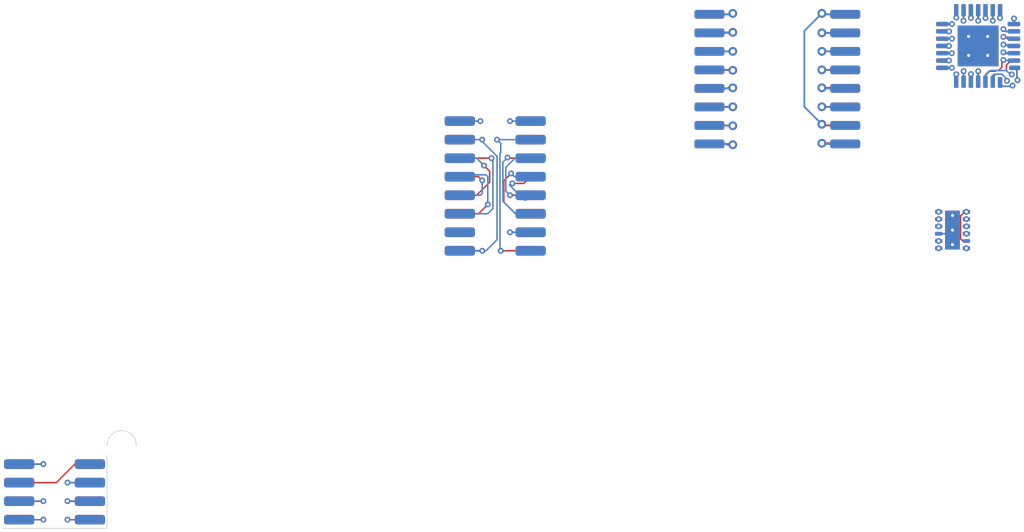
<source format=kicad_pcb>
(kicad_pcb (version 20241229) (generator "pcbnew") (generator_version "9.0")
  (layers (0 "F.Cu" signal) (2 "B.Cu" signal) (13 "F.Paste" user) (15 "B.Paste" user) (5 "F.SilkS" user "F.Silkscreen") (7 "B.SilkS" user "B.Silkscreen") (1 "F.Mask" user) (3 "B.Mask" user) (25 "Edge.Cuts" user))
  (net 0 "")
  (net 1 "Net-(UB1-NC)")
  (net 2 "Net-(UB1-OUTC)")
  (net 3 "Net-(UB1-VISO)")
  (net 4 "Net-(UB1-OUTA)")
  (net 5 "Net-(UB1-GND1-Pad2)")
  (net 6 "Net-(UB1-OUTB)")
  (net 7 "Net-(UB1-INC)")
  (net 8 "Net-(UB1-GND2-Pad15)")
  (net 9 "Net-(UB1-OUTD)")
  (net 10 "Net-(UB1-IND)")
  (net 11 "Net-(UB1-GND2-Pad9)")
  (net 13 "Net-(UB1-GND1-Pad8)")
  (net 14 "Net-(UB1-VCC)")
  (net 15 "Net-(UB1-INA)")
  (net 16 "Net-(UB1-INB)")
  (net 17 "Net-(UB2-FB-)")
  (net 18 "Net-(UB2-CP)")
  (net 19 "Net-(UB2-FB+)")
  (net 20 "Net-(UB2-EN+)")
  (net 21 "Net-(UB2-C-)")
  (net 22 "Net-(UB2-PGOOD)")
  (net 23 "Net-(UB2-GND)")
  (net 24 "Net-(UB2-VIN)")
  (net 26 "Net-(UB2-OUT-)")
  (net 27 "Net-(UB2-C+)")
  (net 28 "Net-(UB2-OUT+)")
  (net 29 "Net-(UB3-PadEP)")
  (net 30 "Net-(UB3-COMP)")
  (net 31 "Net-(UB3-HO1)")
  (net 32 "Net-(UB3-SLOPE)")
  (net 33 "Net-(UB3-SS)")
  (net 34 "Net-(UB3-PGND)")
  (net 35 "Net-(UB3-UVLO)")
  (net 36 "Net-(UB3-SR2)")
  (net 37 "Net-(UB3-BST2)")
  (net 38 "Net-(UB3-LO2)")
  (net 39 "Net-(UB3-HO2)")
  (net 40 "Net-(UB3-LO1)")
  (net 41 "Net-(UB3-AGND)")
  (net 42 "Net-(UB3-BST1)")
  (net 43 "Net-(UB3-REF)")
  (net 44 "Net-(UB3-SR1)")
  (net 45 "Net-(UB3-SS_OFF)")
  (net 46 "Net-(UB3-HS1)")
  (net 47 "Net-(UB3-RT)")
  (net 48 "Net-(UB3-SSSR)")
  (net 49 "Net-(UB3-RD2)")
  (net 50 "Net-(UB3-RD1)")
  (net 51 "Net-(UB3-VIN)")
  (net 52 "Net-(UB3-OVP)")
  (net 53 "Net-(UB3-RES)")
  (net 54 "Net-(UB3-HS2)")
  (net 55 "Net-(UB3-CS)")
  (net 56 "Net-(UB3-RAMP)")
  (net 57 "Net-(UB3-VCC)")
  (net 58 "Net-(UB4-B4)")
  (net 59 "Net-(UB4-A2)")
  (net 60 "Net-(UB4-GND1-Pad2)")
  (net 61 "Net-(UB4-B2)")
  (net 62 "Net-(UB4-GND2-Pad15)")
  (net 63 "Net-(UB4-VDD2)")
  (net 64 "Net-(UB4-VDD1)")
  (net 65 "Net-(UB4-EN2)")
  (net 66 "Net-(UB4-B3)")
  (net 67 "Net-(UB4-A3)")
  (net 68 "Net-(UB4-B1)")
  (net 69 "Net-(UB4-A1)")
  (net 70 "Net-(UB4-A4)")
  (net 71 "Net-(UB4-EN1)")
  (net 72 "Net-(UT5-A)")
  (net 73 "Net-(UT5-VCC)")
  (net 74 "Net-(UT5-DI)")
  (net 75 "Net-(UT5-GND)")
  (net 76 "Net-(UT5-B)")
  (net 77 "Net-(UT5-DE)")
  (net 78 "Net-(UT5-RO)")
  (footprint "0-standard:SOIC-16" (layer "F.Cu") (at 98.679 89.027)
    (property "Reference" "UB4" (hide yes))
    (property "Value" "150 Mb/s" (hide yes))
  )
  (footprint "1-special:integrated-144" (layer "F.Cu") (at 130 92.05)
    (property "Reference" "UT2" (hide yes))
    (property "Value" "LM27762" (hide yes))
  )
  (footprint "1-special:integrated-144" (layer "F.Cu") (at 130 92.05)
    (property "Reference" "UB2" (hide yes))
    (property "Value" "LM27762" (hide yes))
  )
  (footprint "0-standard:SOIC-16W" (layer "F.Cu") (at 118 81.705)
    (property "Reference" "UB1" (hide yes))
    (property "Value" "100 Mb/s" (hide yes))
  )
  (footprint "0-standard:SOIC-16" (layer "F.Cu") (at 98.679 89.027)
    (property "Reference" "UT4" (hide yes))
    (property "Value" "150 Mb/s" (hide yes))
  )
  (footprint "1-special:integrated-129" (layer "F.Cu") (at 131.755 79.43)
    (property "Reference" "UT3" (hide yes))
    (property "Value" "LM5046MH" (hide yes))
  )
  (footprint "0-standard:SOIC-8" (layer "F.Cu") (at 68.5 110)
    (property "Reference" "UT5" (hide yes))
    (property "Value" "THVD1420" (hide yes))
  )
  (footprint "1-special:integrated-129" (layer "F.Cu") (at 131.755 79.43)
    (property "Reference" "UB3" (hide yes))
    (property "Value" "LM5046MH" (hide yes))
  )
  (footprint "0-standard:SOIC-16W" (layer "F.Cu") (at 118 81.705)
    (property "Reference" "UT1" (hide yes))
    (property "Value" "100 Mb/s" (hide yes))
  )
  (footprint "0-standard:SOIC-8" (layer "F.Cu") (at 68.5 110)
    (property "Reference" "UTB6" (hide yes))
    (property "Value" "THVD1420" (hide yes))
  )
  (gr_line (start 72.1 112.5) (end 72.1 107.5) (stroke (width 0.05)) (layer "Edge.Cuts"))
  (gr_arc (start 72.1 106.8) (mid 73.1 105.8) (end 74.1 106.8) (stroke (width 0.05)) (layer "Edge.Cuts"))
  (gr_line (start 64.9 112.5) (end 72.1 112.5) (stroke (width 0.05)) (layer "Edge.Cuts"))
  (segment (start 114.53 84.88) (end 113.35 84.88) (width 0.12) (layer "F.Cu") (net 1))
  (segment (start 114.95 84.9) (end 114.55 84.9) (width 0.12) (layer "F.Cu") (net 1))
  (segment (start 114.55 84.9) (end 114.53 84.88) (width 0.12) (layer "F.Cu") (net 1))
  (via (at 114.95 84.9) (size 0.6) (drill 0.32) (layers "F.Cu" "B.Cu") (net 1))
  (segment (start 113.35 84.88) (end 114.93 84.88) (width 0.12) (layer "B.Cu") (net 1))
  (segment (start 114.93 84.88) (end 114.95 84.9) (width 0.12) (layer "B.Cu") (net 1))
  (segment (start 121.05 82.3) (end 122.61 82.3) (width 0.12) (layer "F.Cu") (net 2))
  (segment (start 122.61 82.3) (end 122.65 82.34) (width 0.12) (layer "F.Cu") (net 2))
  (via (at 121.05 82.3) (size 0.6) (drill 0.32) (layers "F.Cu" "B.Cu") (net 2))
  (segment (start 122.65 82.34) (end 121.09 82.34) (width 0.12) (layer "B.Cu") (net 2))
  (segment (start 121.09 82.34) (end 121.05 82.3) (width 0.12) (layer "B.Cu") (net 2))
  (segment (start 121.11 77.26) (end 122.65 77.26) (width 0.12) (layer "F.Cu") (net 3))
  (segment (start 121.13 84.88) (end 121.05 84.8) (width 0.12) (layer "F.Cu") (net 3))
  (segment (start 121.05 77.2) (end 121.11 77.26) (width 0.12) (layer "F.Cu") (net 3))
  (segment (start 122.65 84.88) (end 121.13 84.88) (width 0.12) (layer "F.Cu") (net 3))
  (via (at 121.05 77.2) (size 0.6) (drill 0.32) (layers "F.Cu" "B.Cu") (net 3))
  (via (at 121.05 84.8) (size 0.6) (drill 0.32) (layers "F.Cu" "B.Cu") (net 3))
  (segment (start 119.85 83.6) (end 119.85 78.4) (width 0.12) (layer "B.Cu") (net 3))
  (segment (start 122.65 77.26) (end 121.11 77.26) (width 0.12) (layer "B.Cu") (net 3))
  (segment (start 119.85 78.4) (end 121.05 77.2) (width 0.12) (layer "B.Cu") (net 3))
  (segment (start 121.05 84.8) (end 119.85 83.6) (width 0.12) (layer "B.Cu") (net 3))
  (segment (start 121.11 77.26) (end 121.05 77.2) (width 0.12) (layer "B.Cu") (net 3))
  (segment (start 121.05 79.8) (end 122.65 79.8) (width 0.12) (layer "F.Cu") (net 4))
  (via (at 121.05 79.8) (size 0.6) (drill 0.32) (layers "F.Cu" "B.Cu") (net 4))
  (segment (start 122.65 79.8) (end 121.05 79.8) (width 0.12) (layer "B.Cu") (net 4))
  (segment (start 113.35 78.53) (end 114.92 78.53) (width 0.12) (layer "F.Cu") (net 5))
  (segment (start 114.92 78.53) (end 114.95 78.5) (width 0.12) (layer "F.Cu") (net 5))
  (via (at 114.95 78.5) (size 0.6) (drill 0.32) (layers "F.Cu" "B.Cu") (net 5))
  (segment (start 114.95 78.5) (end 114.45 78.5) (width 0.12) (layer "B.Cu") (net 5))
  (segment (start 114.45 78.5) (end 114.42 78.53) (width 0.12) (layer "B.Cu") (net 5))
  (segment (start 114.42 78.53) (end 113.35 78.53) (width 0.12) (layer "B.Cu") (net 5))
  (segment (start 121.625001 81.07) (end 121.05 81.07) (width 0.12) (layer "F.Cu") (net 6))
  (segment (start 122.65 81.07) (end 121.625001 81.07) (width 0.12) (layer "F.Cu") (net 6))
  (via (at 121.05 81.07) (size 0.6) (drill 0.32) (layers "F.Cu" "B.Cu") (net 6))
  (segment (start 122.65 81.07) (end 121.05 81.07) (width 0.12) (layer "B.Cu") (net 6))
  (segment (start 114.95 82.3) (end 114.65 82.3) (width 0.12) (layer "F.Cu") (net 7))
  (segment (start 114.65 82.3) (end 114.61 82.34) (width 0.12) (layer "F.Cu") (net 7))
  (segment (start 114.61 82.34) (end 113.35 82.34) (width 0.12) (layer "F.Cu") (net 7))
  (via (at 114.95 82.3) (size 0.6) (drill 0.32) (layers "F.Cu" "B.Cu") (net 7))
  (segment (start 113.35 82.34) (end 114.91 82.34) (width 0.12) (layer "B.Cu") (net 7))
  (segment (start 114.91 82.34) (end 114.95 82.3) (width 0.12) (layer "B.Cu") (net 7))
  (segment (start 122.65 78.53) (end 121.625001 78.53) (width 0.12) (layer "F.Cu") (net 8))
  (segment (start 121.625001 78.53) (end 121.05 78.53) (width 0.12) (layer "F.Cu") (net 8))
  (via (at 121.05 78.53) (size 0.6) (drill 0.32) (layers "F.Cu" "B.Cu") (net 8))
  (segment (start 122.65 78.53) (end 121.05 78.53) (width 0.12) (layer "B.Cu") (net 8))
  (segment (start 114.94 83.61) (end 113.35 83.61) (width 0.12) (layer "F.Cu") (net 9))
  (segment (start 114.95 83.6) (end 114.94 83.61) (width 0.12) (layer "F.Cu") (net 9))
  (via (at 114.95 83.6) (size 0.6) (drill 0.32) (layers "F.Cu" "B.Cu") (net 9))
  (segment (start 113.35 83.61) (end 114.94 83.61) (width 0.12) (layer "B.Cu") (net 9))
  (segment (start 114.94 83.61) (end 114.95 83.6) (width 0.12) (layer "B.Cu") (net 9))
  (segment (start 121.56 83.61) (end 122.65 83.61) (width 0.12) (layer "F.Cu") (net 10))
  (segment (start 121.55 83.6) (end 121.56 83.61) (width 0.12) (layer "F.Cu") (net 10))
  (segment (start 121.05 83.6) (end 121.55 83.6) (width 0.12) (layer "F.Cu") (net 10))
  (via (at 121.05 83.6) (size 0.6) (drill 0.32) (layers "F.Cu" "B.Cu") (net 10))
  (segment (start 121.06 83.61) (end 121.05 83.6) (width 0.12) (layer "B.Cu") (net 10))
  (segment (start 122.65 83.61) (end 121.06 83.61) (width 0.12) (layer "B.Cu") (net 10))
  (segment (start 122.6 86.1) (end 122.65 86.15) (width 0.12) (layer "F.Cu") (net 11))
  (segment (start 121.05 86.1) (end 122.6 86.1) (width 0.12) (layer "F.Cu") (net 11))
  (via (at 121.05 86.1) (size 0.6) (drill 0.32) (layers "F.Cu" "B.Cu") (net 11))
  (segment (start 121.1 86.15) (end 121.05 86.1) (width 0.12) (layer "B.Cu") (net 11))
  (segment (start 122.65 86.15) (end 121.1 86.15) (width 0.12) (layer "B.Cu") (net 11))
  (segment (start 114.55 86.2) (end 114.5 86.15) (width 0.12) (layer "F.Cu") (net 13))
  (segment (start 114.5 86.15) (end 113.35 86.15) (width 0.12) (layer "F.Cu") (net 13))
  (segment (start 114.95 86.2) (end 114.55 86.2) (width 0.12) (layer "F.Cu") (net 13))
  (via (at 114.95 86.2) (size 0.6) (drill 0.32) (layers "F.Cu" "B.Cu") (net 13))
  (segment (start 114.9 86.15) (end 114.95 86.2) (width 0.12) (layer "B.Cu") (net 13))
  (segment (start 113.35 86.15) (end 114.9 86.15) (width 0.12) (layer "B.Cu") (net 13))
  (segment (start 114.89 77.26) (end 114.95 77.2) (width 0.12) (layer "F.Cu") (net 14))
  (segment (start 113.35 77.26) (end 114.89 77.26) (width 0.12) (layer "F.Cu") (net 14))
  (via (at 114.95 77.2) (size 0.6) (drill 0.32) (layers "F.Cu" "B.Cu") (net 14))
  (segment (start 114.89 77.26) (end 114.95 77.2) (width 0.12) (layer "B.Cu") (net 14))
  (segment (start 113.35 77.26) (end 114.89 77.26) (width 0.12) (layer "B.Cu") (net 14))
  (segment (start 114.95 79.8) (end 113.35 79.8) (width 0.12) (layer "F.Cu") (net 15))
  (via (at 114.95 79.8) (size 0.6) (drill 0.32) (layers "F.Cu" "B.Cu") (net 15))
  (segment (start 113.35 79.8) (end 114.95 79.8) (width 0.12) (layer "B.Cu") (net 15))
  (segment (start 114.92 81.07) (end 113.35 81.07) (width 0.12) (layer "F.Cu") (net 16))
  (segment (start 114.95 81.1) (end 114.92 81.07) (width 0.12) (layer "F.Cu") (net 16))
  (via (at 114.95 81.1) (size 0.6) (drill 0.32) (layers "F.Cu" "B.Cu") (net 16))
  (segment (start 114.92 81.07) (end 114.95 81.1) (width 0.12) (layer "B.Cu") (net 16))
  (segment (start 113.35 81.07) (end 114.92 81.07) (width 0.12) (layer "B.Cu") (net 16))
  (via (at 130.95 93.3) (size 0.4) (drill 0.2) (layers "F.Cu" "B.Cu") (net 17))
  (via (at 129.049998 92.800001) (size 0.4) (drill 0.2) (layers "F.Cu" "B.Cu") (net 18))
  (segment (start 129.05 92.8) (end 129.049998 92.800001) (width 0.12) (layer "B.Cu") (net 18))
  (via (at 129.049998 91.3) (size 0.4) (drill 0.2) (layers "F.Cu" "B.Cu") (net 19))
  (segment (start 129.05 91.3) (end 129.049998 91.3) (width 0.12) (layer "B.Cu") (net 19))
  (segment (start 130.700001 92.8) (end 130.551 92.650999) (width 0.1) (layer "F.Cu") (net 20))
  (segment (start 130.551 92.650999) (end 130.551 91.083623) (width 0.1) (layer "F.Cu") (net 20))
  (segment (start 130.834621 90.800002) (end 130.950001 90.800002) (width 0.1) (layer "F.Cu") (net 20))
  (segment (start 130.95 92.8) (end 130.700001 92.8) (width 0.1) (layer "F.Cu") (net 20))
  (segment (start 130.551 91.083623) (end 130.834621 90.800002) (width 0.1) (layer "F.Cu") (net 20))
  (via (at 130.950001 90.800002) (size 0.4) (drill 0.2) (layers "F.Cu" "B.Cu") (net 20))
  (segment (start 130.95 92.3) (end 130.902988 92.3) (width 0.12) (layer "F.Cu") (net 21))
  (via (at 130.950998 92.3) (size 0.4) (drill 0.2) (layers "F.Cu" "B.Cu") (net 21))
  (via (at 129.049998 90.8) (size 0.4) (drill 0.2) (layers "F.Cu" "B.Cu") (net 22))
  (segment (start 129.05 90.8) (end 129.049998 90.8) (width 0.12) (layer "B.Cu") (net 22))
  (segment (start 129.75 92.3) (end 130 92.05) (width 0.12) (layer "B.Cu") (net 23))
  (segment (start 129.05 92.3) (end 129.75 92.3) (width 0.12) (layer "B.Cu") (net 23))
  (via (at 129.049998 91.799999) (size 0.4) (drill 0.2) (layers "F.Cu" "B.Cu") (net 24))
  (segment (start 129.05 91.8) (end 129.049998 91.799999) (width 0.12) (layer "B.Cu") (net 24))
  (via (at 129.049998 93.3) (size 0.4) (drill 0.2) (layers "F.Cu" "B.Cu") (net 26))
  (segment (start 129.049998 93.3) (end 129.05 93.3) (width 0.12) (layer "B.Cu") (net 26))
  (via (at 130.950998 91.8) (size 0.4) (drill 0.2) (layers "F.Cu" "B.Cu") (net 27))
  (via (at 130.950998 91.3) (size 0.4) (drill 0.2) (layers "F.Cu" "B.Cu") (net 28))
  (segment (start 129.305 78.43) (end 129.76 78.43) (width 0.12) (layer "F.Cu") (net 30))
  (via (at 129.76 78.43) (size 0.4) (drill 0.2) (layers "F.Cu" "B.Cu") (net 30))
  (segment (start 129.76 78.43) (end 129.305 78.43) (width 0.12) (layer "B.Cu") (net 30))
  (segment (start 133.272782 77.451574) (end 133.255 77.433792) (width 0.12) (layer "F.Cu") (net 31))
  (segment (start 133.253908 77.511639) (end 133.272782 77.492765) (width 0.12) (layer "F.Cu") (net 31))
  (segment (start 133.272782 77.492765) (end 133.272782 77.451574) (width 0.12) (layer "F.Cu") (net 31))
  (segment (start 133.255 77.433792) (end 133.255 76.98) (width 0.12) (layer "F.Cu") (net 31))
  (via (at 133.253908 77.511639) (size 0.4) (drill 0.2) (layers "F.Cu" "B.Cu") (net 31))
  (segment (start 129.305 77.93) (end 129.96 77.93) (width 0.12) (layer "F.Cu") (net 32))
  (via (at 129.96 77.93) (size 0.4) (drill 0.2) (layers "F.Cu" "B.Cu") (net 32))
  (segment (start 129.305 77.93) (end 129.96 77.93) (width 0.12) (layer "B.Cu") (net 32))
  (segment (start 130.755 81.88) (end 130.755 81.165002) (width 0.12) (layer "F.Cu") (net 33))
  (segment (start 130.755 81.165002) (end 130.76 81.160002) (width 0.12) (layer "F.Cu") (net 33))
  (via (at 130.76 81.160002) (size 0.4) (drill 0.2) (layers "F.Cu" "B.Cu") (net 33))
  (segment (start 130.755 81.165002) (end 130.76 81.160002) (width 0.12) (layer "B.Cu") (net 33))
  (segment (start 130.755 81.88) (end 130.755 81.165002) (width 0.12) (layer "B.Cu") (net 33))
  (segment (start 133.780001 79.43) (end 134.205 79.43) (width 0.12) (layer "F.Cu") (net 34))
  (segment (start 133.685192 79.335191) (end 133.780001 79.43) (width 0.12) (layer "F.Cu") (net 34))
  (segment (start 133.485002 79.335191) (end 133.685192 79.335191) (width 0.12) (layer "F.Cu") (net 34))
  (via (at 133.485002 79.335191) (size 0.4) (drill 0.2) (layers "F.Cu" "B.Cu") (net 34))
  (segment (start 133.780001 79.43) (end 134.205 79.43) (width 0.12) (layer "B.Cu") (net 34))
  (segment (start 133.485002 79.335191) (end 133.685192 79.335191) (width 0.12) (layer "B.Cu") (net 34))
  (segment (start 133.685192 79.335191) (end 133.780001 79.43) (width 0.12) (layer "B.Cu") (net 34))
  (segment (start 131.755 76.98) (end 131.755 77.694998) (width 0.12) (layer "F.Cu") (net 35))
  (segment (start 131.755 77.694998) (end 131.76 77.699998) (width 0.12) (layer "F.Cu") (net 35))
  (via (at 131.76 77.699998) (size 0.4) (drill 0.2) (layers "F.Cu" "B.Cu") (net 35))
  (segment (start 131.755 76.98) (end 131.755 77.694998) (width 0.12) (layer "B.Cu") (net 35))
  (segment (start 131.755 77.694998) (end 131.76 77.699998) (width 0.12) (layer "B.Cu") (net 35))
  (segment (start 134.41 81.085) (end 134.41 81.74) (width 0.1) (layer "F.Cu") (net 36))
  (segment (start 134.255 80.93) (end 134.41 81.085) (width 0.1) (layer "F.Cu") (net 36))
  (segment (start 134.41 81.74) (end 134.45 81.78) (width 0.1) (layer "F.Cu") (net 36))
  (via (at 134.45 81.78) (size 0.4) (drill 0.2) (layers "F.Cu" "B.Cu") (net 36))
  (segment (start 134.41 81.74) (end 134.45 81.78) (width 0.1) (layer "B.Cu") (net 36))
  (segment (start 134.41 81.085) (end 134.41 81.74) (width 0.1) (layer "B.Cu") (net 36))
  (segment (start 134.255 80.93) (end 134.41 81.085) (width 0.1) (layer "B.Cu") (net 36))
  (segment (start 134.163246 82.199909) (end 134.163246 82.273284) (width 0.1) (layer "F.Cu") (net 37))
  (segment (start 134.163246 82.273284) (end 134.089962 82.2) (width 0.1) (layer "F.Cu") (net 37))
  (segment (start 134.089962 82.2) (end 133.434792 82.2) (width 0.1) (layer "F.Cu") (net 37))
  (segment (start 133.434792 82.2) (end 133.255 82.020208) (width 0.1) (layer "F.Cu") (net 37))
  (segment (start 134.109217 82.14588) (end 134.163246 82.199909) (width 0.1) (layer "F.Cu") (net 37))
  (segment (start 133.255 82.020208) (end 133.255 81.88) (width 0.1) (layer "F.Cu") (net 37))
  (via (at 134.109217 82.14588) (size 0.4) (drill 0.2) (layers "F.Cu" "B.Cu") (net 37))
  (segment (start 134.089962 82.2) (end 133.434792 82.2) (width 0.1) (layer "B.Cu") (net 37))
  (segment (start 133.255 82.020208) (end 133.255 81.88) (width 0.1) (layer "B.Cu") (net 37))
  (segment (start 133.434792 82.2) (end 133.255 82.020208) (width 0.1) (layer "B.Cu") (net 37))
  (segment (start 134.163246 82.199909) (end 134.163246 82.273284) (width 0.1) (layer "B.Cu") (net 37))
  (segment (start 134.163246 82.273284) (end 134.089962 82.2) (width 0.1) (layer "B.Cu") (net 37))
  (segment (start 134.109217 82.14588) (end 134.163246 82.199909) (width 0.1) (layer "B.Cu") (net 37))
  (segment (start 133.485 80.395196) (end 133.38 80.500196) (width 0.1) (layer "F.Cu") (net 38))
  (segment (start 132.918184 81.160002) (end 132.5 81.160002) (width 0.1) (layer "F.Cu") (net 38))
  (segment (start 132.255 81.405002) (end 132.255 81.88) (width 0.1) (layer "F.Cu") (net 38))
  (segment (start 133.152446 81.114) (end 132.964187 81.114) (width 0.1) (layer "F.Cu") (net 38))
  (segment (start 132.5 81.160002) (end 132.255 81.405002) (width 0.1) (layer "F.Cu") (net 38))
  (segment (start 133.38 80.886446) (end 133.152446 81.114) (width 0.1) (layer "F.Cu") (net 38))
  (segment (start 132.964187 81.114) (end 132.918184 81.160002) (width 0.1) (layer "F.Cu") (net 38))
  (segment (start 133.38 80.500196) (end 133.38 80.886446) (width 0.1) (layer "F.Cu") (net 38))
  (via (at 133.485 80.395196) (size 0.4) (drill 0.2) (layers "F.Cu" "B.Cu") (net 38))
  (segment (start 133.634563 80.43) (end 134.205 80.43) (width 0.1) (layer "B.Cu") (net 38))
  (segment (start 133.485 80.395196) (end 133.599759 80.395196) (width 0.1) (layer "B.Cu") (net 38))
  (segment (start 133.599759 80.395196) (end 133.634563 80.43) (width 0.1) (layer "B.Cu") (net 38))
  (segment (start 132.755 81.555001) (end 132.946001 81.364) (width 0.1) (layer "F.Cu") (net 39))
  (segment (start 133.384949 81.364) (end 133.73 81.709051) (width 0.1) (layer "F.Cu") (net 39))
  (segment (start 132.946001 81.364) (end 133.384949 81.364) (width 0.1) (layer "F.Cu") (net 39))
  (segment (start 132.755 81.93) (end 132.755 81.555001) (width 0.1) (layer "F.Cu") (net 39))
  (segment (start 133.73 81.709051) (end 133.73 81.82) (width 0.1) (layer "F.Cu") (net 39))
  (via (at 133.73 81.82) (size 0.4) (drill 0.2) (layers "F.Cu" "B.Cu") (net 39))
  (segment (start 133.384949 81.364) (end 133.73 81.709051) (width 0.1) (layer "B.Cu") (net 39))
  (segment (start 133.73 81.709051) (end 133.73 81.82) (width 0.1) (layer "B.Cu") (net 39))
  (segment (start 132.846001 81.364) (end 133.384949 81.364) (width 0.1) (layer "B.Cu") (net 39))
  (segment (start 132.755 81.88) (end 132.755 81.455001) (width 0.1) (layer "B.Cu") (net 39))
  (segment (start 132.755 81.455001) (end 132.846001 81.364) (width 0.1) (layer "B.Cu") (net 39))
  (segment (start 133.485002 78.805188) (end 133.655189 78.805188) (width 0.12) (layer "F.Cu") (net 40))
  (segment (start 133.780001 78.93) (end 134.205 78.93) (width 0.12) (layer "F.Cu") (net 40))
  (segment (start 133.655189 78.805188) (end 133.780001 78.93) (width 0.12) (layer "F.Cu") (net 40))
  (via (at 133.485002 78.805188) (size 0.4) (drill 0.2) (layers "F.Cu" "B.Cu") (net 40))
  (segment (start 133.59467 78.805188) (end 133.624004 78.834522) (width 0.12) (layer "B.Cu") (net 40))
  (segment (start 133.485002 78.805188) (end 133.59467 78.805188) (width 0.12) (layer "B.Cu") (net 40))
  (segment (start 133.624004 78.834522) (end 134.109522 78.834522) (width 0.12) (layer "B.Cu") (net 40))
  (segment (start 134.109522 78.834522) (end 134.205 78.93) (width 0.12) (layer "B.Cu") (net 40))
  (segment (start 129.305 79.93) (end 129.95 79.93) (width 0.12) (layer "F.Cu") (net 41))
  (via (at 129.95 79.93) (size 0.4) (drill 0.2) (layers "F.Cu" "B.Cu") (net 41))
  (segment (start 129.305 79.93) (end 129.95 79.93) (width 0.12) (layer "B.Cu") (net 41))
  (segment (start 134.205 77.555) (end 134.21 77.55) (width 0.12) (layer "F.Cu") (net 42))
  (segment (start 134.205 77.93) (end 134.205 77.555) (width 0.12) (layer "F.Cu") (net 42))
  (via (at 134.21 77.55) (size 0.4) (drill 0.2) (layers "F.Cu" "B.Cu") (net 42))
  (segment (start 134.205 77.93) (end 134.205 77.555) (width 0.12) (layer "B.Cu") (net 42))
  (segment (start 134.205 77.555) (end 134.21 77.55) (width 0.12) (layer "B.Cu") (net 42))
  (segment (start 129.305 78.93) (end 129.96 78.93) (width 0.12) (layer "F.Cu") (net 43))
  (via (at 129.96 78.93) (size 0.4) (drill 0.2) (layers "F.Cu" "B.Cu") (net 43))
  (segment (start 129.305 78.93) (end 129.96 78.93) (width 0.12) (layer "B.Cu") (net 43))
  (segment (start 134.205 78.43) (end 133.639817 78.43) (width 0.12) (layer "F.Cu") (net 44))
  (segment (start 133.639817 78.43) (end 133.485002 78.275185) (width 0.12) (layer "F.Cu") (net 44))
  (via (at 133.485002 78.275185) (size 0.4) (drill 0.2) (layers "F.Cu" "B.Cu") (net 44))
  (segment (start 133.639817 78.43) (end 133.485002 78.275185) (width 0.12) (layer "B.Cu") (net 44))
  (segment (start 134.205 78.43) (end 133.639817 78.43) (width 0.12) (layer "B.Cu") (net 44))
  (segment (start 131.755 81.88) (end 131.755 81.165002) (width 0.12) (layer "F.Cu") (net 45))
  (segment (start 131.755 81.165002) (end 131.76 81.160002) (width 0.12) (layer "F.Cu") (net 45))
  (via (at 131.76 81.160002) (size 0.4) (drill 0.2) (layers "F.Cu" "B.Cu") (net 45))
  (segment (start 131.76 81.160002) (end 131.76 81.875) (width 0.12) (layer "B.Cu") (net 45))
  (segment (start 131.76 81.875) (end 131.755 81.88) (width 0.12) (layer "B.Cu") (net 45))
  (segment (start 132.758503 77.699992) (end 132.758494 77.699992) (width 0.12) (layer "F.Cu") (net 46))
  (segment (start 132.758494 77.699992) (end 132.755 77.696498) (width 0.12) (layer "F.Cu") (net 46))
  (segment (start 132.755 77.696498) (end 132.755 76.98) (width 0.12) (layer "F.Cu") (net 46))
  (via (at 132.758503 77.699992) (size 0.4) (drill 0.2) (layers "F.Cu" "B.Cu") (net 46))
  (segment (start 132.755 76.98) (end 132.755 77.696489) (width 0.12) (layer "B.Cu") (net 46))
  (segment (start 132.755 77.696489) (end 132.758503 77.699992) (width 0.12) (layer "B.Cu") (net 46))
  (segment (start 129.305 79.43) (end 129.75 79.43) (width 0.12) (layer "F.Cu") (net 47))
  (via (at 129.75 79.43) (size 0.4) (drill 0.2) (layers "F.Cu" "B.Cu") (net 47))
  (segment (start 131.255 81.88) (end 131.255 81.365) (width 0.12) (layer "F.Cu") (net 48))
  (segment (start 131.255 81.365) (end 131.26 81.36) (width 0.12) (layer "F.Cu") (net 48))
  (via (at 131.26 81.36) (size 0.4) (drill 0.2) (layers "F.Cu" "B.Cu") (net 48))
  (segment (start 131.26 81.36) (end 131.26 81.875) (width 0.12) (layer "B.Cu") (net 48))
  (segment (start 131.26 81.875) (end 131.255 81.88) (width 0.12) (layer "B.Cu") (net 48))
  (segment (start 129.305 80.93) (end 129.95 80.93) (width 0.12) (layer "F.Cu") (net 49))
  (via (at 129.95 80.93) (size 0.4) (drill 0.2) (layers "F.Cu" "B.Cu") (net 49))
  (segment (start 129.95 80.93) (end 129.305 80.93) (width 0.12) (layer "B.Cu") (net 49))
  (segment (start 129.305 80.43) (end 129.75 80.43) (width 0.12) (layer "F.Cu") (net 50))
  (via (at 129.75 80.43) (size 0.4) (drill 0.2) (layers "F.Cu" "B.Cu") (net 50))
  (segment (start 132.255 76.98) (end 132.255 77.515) (width 0.12) (layer "F.Cu") (net 51))
  (segment (start 132.255 77.515) (end 132.26 77.52) (width 0.12) (layer "F.Cu") (net 51))
  (via (at 132.26 77.52) (size 0.4) (drill 0.2) (layers "F.Cu" "B.Cu") (net 51))
  (segment (start 132.26 77.52) (end 132.26 76.985) (width 0.12) (layer "B.Cu") (net 51))
  (segment (start 132.26 76.985) (end 132.255 76.98) (width 0.12) (layer "B.Cu") (net 51))
  (segment (start 131.255 76.98) (end 131.255 77.505) (width 0.12) (layer "F.Cu") (net 52))
  (segment (start 131.255 77.505) (end 131.26 77.51) (width 0.12) (layer "F.Cu") (net 52))
  (via (at 131.26 77.51) (size 0.4) (drill 0.2) (layers "F.Cu" "B.Cu") (net 52))
  (segment (start 131.26 76.985) (end 131.255 76.98) (width 0.12) (layer "B.Cu") (net 52))
  (segment (start 131.26 77.51) (end 131.26 76.985) (width 0.12) (layer "B.Cu") (net 52))
  (segment (start 130.255 81.88) (end 130.255 81.375) (width 0.12) (layer "F.Cu") (net 53))
  (segment (start 130.255 81.375) (end 130.26 81.37) (width 0.12) (layer "F.Cu") (net 53))
  (via (at 130.26 81.37) (size 0.4) (drill 0.2) (layers "F.Cu" "B.Cu") (net 53))
  (segment (start 130.26 81.875) (end 130.255 81.88) (width 0.12) (layer "B.Cu") (net 53))
  (segment (start 130.26 81.37) (end 130.26 81.875) (width 0.12) (layer "B.Cu") (net 53))
  (segment (start 133.689 81.118955) (end 133.953152 81.383107) (width 0.1) (layer "F.Cu") (net 54))
  (segment (start 133.689 80.74274) (end 133.689 81.118955) (width 0.1) (layer "F.Cu") (net 54))
  (segment (start 134.00174 80.43) (end 133.689 80.74274) (width 0.1) (layer "F.Cu") (net 54))
  (segment (start 133.953152 81.383107) (end 134.06 81.383107) (width 0.1) (layer "F.Cu") (net 54))
  (segment (start 134.255 80.43) (end 134.00174 80.43) (width 0.1) (layer "F.Cu") (net 54))
  (via (at 134.06 81.383107) (size 0.4) (drill 0.2) (layers "F.Cu" "B.Cu") (net 54))
  (segment (start 133.683045 81.113) (end 133.953152 81.383107) (width 0.1) (layer "B.Cu") (net 54))
  (segment (start 133.953152 81.383107) (end 134.06 81.383107) (width 0.1) (layer "B.Cu") (net 54))
  (segment (start 132.255 81.455001) (end 132.597001 81.113) (width 0.1) (layer "B.Cu") (net 54))
  (segment (start 132.255 81.88) (end 132.255 81.455001) (width 0.1) (layer "B.Cu") (net 54))
  (segment (start 132.597001 81.113) (end 133.683045 81.113) (width 0.1) (layer "B.Cu") (net 54))
  (segment (start 130.255 77.489244) (end 130.256346 77.49059) (width 0.12) (layer "F.Cu") (net 55))
  (segment (start 130.255 76.98) (end 130.255 77.489244) (width 0.12) (layer "F.Cu") (net 55))
  (via (at 130.256346 77.49059) (size 0.4) (drill 0.2) (layers "F.Cu" "B.Cu") (net 55))
  (segment (start 130.256346 76.981346) (end 130.255 76.98) (width 0.12) (layer "B.Cu") (net 55))
  (segment (start 130.256346 77.49059) (end 130.256346 76.981346) (width 0.12) (layer "B.Cu") (net 55))
  (segment (start 130.755 77.695) (end 130.75 77.7) (width 0.12) (layer "F.Cu") (net 56))
  (segment (start 130.755 76.98) (end 130.755 77.695) (width 0.12) (layer "F.Cu") (net 56))
  (via (at 130.75 77.7) (size 0.4) (drill 0.2) (layers "F.Cu" "B.Cu") (net 56))
  (segment (start 130.755 76.98) (end 130.755 77.695) (width 0.12) (layer "B.Cu") (net 56))
  (segment (start 130.755 77.695) (end 130.75 77.7) (width 0.12) (layer "B.Cu") (net 56))
  (segment (start 133.710854 79.93) (end 134.205 79.93) (width 0.12) (layer "F.Cu") (net 57))
  (segment (start 133.485002 79.865194) (end 133.646048 79.865194) (width 0.12) (layer "F.Cu") (net 57))
  (segment (start 133.646048 79.865194) (end 133.710854 79.93) (width 0.12) (layer "F.Cu") (net 57))
  (via (at 133.485002 79.865194) (size 0.4) (drill 0.2) (layers "F.Cu" "B.Cu") (net 57))
  (segment (start 133.646048 79.865194) (end 133.710854 79.93) (width 0.12) (layer "B.Cu") (net 57))
  (segment (start 133.710854 79.93) (end 134.205 79.93) (width 0.12) (layer "B.Cu") (net 57))
  (segment (start 133.485002 79.865194) (end 133.646048 79.865194) (width 0.12) (layer "B.Cu") (net 57))
  (segment (start 101.104 87.122) (end 99.571735 87.122) (width 0.1) (layer "F.Cu") (net 58))
  (segment (start 99.571735 87.122) (end 99.525 87.075265) (width 0.1) (layer "F.Cu") (net 58))
  (via (at 99.525 87.075265) (size 0.4) (drill 0.2) (layers "F.Cu" "B.Cu") (net 58))
  (segment (start 99.206 87.394265) (end 99.525 87.075265) (width 0.1) (layer "B.Cu") (net 58))
  (segment (start 100.069 90.932) (end 99.206 90.069) (width 0.1) (layer "B.Cu") (net 58))
  (segment (start 101.104 90.932) (end 100.069 90.932) (width 0.1) (layer "B.Cu") (net 58))
  (segment (start 99.206 90.069) (end 99.206 87.394265) (width 0.1) (layer "B.Cu") (net 58))
  (segment (start 97.536 90.932) (end 98.171 90.297002) (width 0.1) (layer "F.Cu") (net 59))
  (segment (start 96.254 90.932) (end 97.536 90.932) (width 0.1) (layer "F.Cu") (net 59))
  (via (at 98.171 90.297002) (size 0.4) (drill 0.2) (layers "F.Cu" "B.Cu") (net 59))
  (segment (start 98.171 88.390603) (end 98.171 90.297002) (width 0.1) (layer "B.Cu") (net 59))
  (segment (start 96.381 88.265) (end 98.045397 88.265) (width 0.1) (layer "B.Cu") (net 59))
  (segment (start 96.254 88.392) (end 96.381 88.265) (width 0.1) (layer "B.Cu") (net 59))
  (segment (start 98.045397 88.265) (end 98.171 88.390603) (width 0.1) (layer "B.Cu") (net 59))
  (segment (start 97.79 93.472) (end 96.254 93.472) (width 0.1) (layer "F.Cu") (net 60))
  (segment (start 97.79 85.852) (end 96.254 85.852) (width 0.1) (layer "F.Cu") (net 60))
  (via (at 97.79 85.852) (size 0.4) (drill 0.2) (layers "F.Cu" "B.Cu") (net 60))
  (via (at 97.79 93.472) (size 0.4) (drill 0.2) (layers "F.Cu" "B.Cu") (net 60))
  (segment (start 98.806 92.71) (end 98.044 93.472) (width 0.1) (layer "B.Cu") (net 60))
  (segment (start 98.806 86.993603) (end 98.806 92.71) (width 0.1) (layer "B.Cu") (net 60))
  (segment (start 97.79 85.852) (end 97.79 85.977603) (width 0.1) (layer "B.Cu") (net 60))
  (segment (start 98.044 93.472) (end 97.79 93.472) (width 0.1) (layer "B.Cu") (net 60))
  (segment (start 96.254 93.472) (end 97.79 93.472) (width 0.1) (layer "B.Cu") (net 60))
  (segment (start 96.254 85.852) (end 97.79 85.852) (width 0.1) (layer "B.Cu") (net 60))
  (segment (start 97.79 85.977603) (end 98.806 86.993603) (width 0.1) (layer "B.Cu") (net 60))
  (segment (start 101.104 90.932) (end 100.069 90.932) (width 0.1) (layer "F.Cu") (net 61))
  (segment (start 99.271715 90.134715) (end 99.271715 88.669553) (width 0.1) (layer "F.Cu") (net 61))
  (segment (start 100.069 90.932) (end 99.271715 90.134715) (width 0.1) (layer "F.Cu") (net 61))
  (segment (start 99.271715 88.669553) (end 99.773 88.168268) (width 0.1) (layer "F.Cu") (net 61))
  (via (at 99.773 88.168268) (size 0.4) (drill 0.2) (layers "F.Cu" "B.Cu") (net 61))
  (segment (start 101.104 88.392) (end 99.996732 88.392) (width 0.1) (layer "B.Cu") (net 61))
  (segment (start 99.996732 88.392) (end 99.773 88.168268) (width 0.1) (layer "B.Cu") (net 61))
  (segment (start 98.806 85.852) (end 101.104 85.852) (width 0.1) (layer "F.Cu") (net 62))
  (segment (start 101.104 93.472) (end 99.06 93.472) (width 0.1) (layer "F.Cu") (net 62))
  (via (at 99.06 93.472) (size 0.4) (drill 0.2) (layers "F.Cu" "B.Cu") (net 62))
  (via (at 98.806 85.852) (size 0.4) (drill 0.2) (layers "F.Cu" "B.Cu") (net 62))
  (segment (start 99.006 86.783761) (end 99.06 86.729761) (width 0.1) (layer "B.Cu") (net 62))
  (segment (start 99.06 93.472) (end 99.006 93.418) (width 0.1) (layer "B.Cu") (net 62))
  (segment (start 99.006 93.418) (end 99.006 86.783761) (width 0.1) (layer "B.Cu") (net 62))
  (segment (start 99.06 86.729761) (end 99.06 86.106) (width 0.1) (layer "B.Cu") (net 62))
  (segment (start 99.06 86.106) (end 98.806 85.852) (width 0.1) (layer "B.Cu") (net 62))
  (segment (start 101.104 85.852) (end 98.806 85.852) (width 0.1) (layer "B.Cu") (net 62))
  (segment (start 101.104 84.582) (end 99.695 84.582) (width 0.1) (layer "F.Cu") (net 63))
  (via (at 99.695 84.582) (size 0.4) (drill 0.2) (layers "F.Cu" "B.Cu") (net 63))
  (segment (start 99.695 84.582) (end 101.104 84.582) (width 0.1) (layer "B.Cu") (net 63))
  (segment (start 97.663 84.582) (end 96.254 84.582) (width 0.1) (layer "F.Cu") (net 64))
  (via (at 97.663 84.582) (size 0.4) (drill 0.2) (layers "F.Cu" "B.Cu") (net 64))
  (segment (start 96.254 84.582) (end 97.663 84.582) (width 0.1) (layer "B.Cu") (net 64))
  (segment (start 101.104 92.202) (end 99.695 92.202) (width 0.1) (layer "F.Cu") (net 65))
  (via (at 99.695 92.202) (size 0.4) (drill 0.2) (layers "F.Cu" "B.Cu") (net 65))
  (segment (start 99.695 92.202) (end 101.104 92.202) (width 0.1) (layer "B.Cu") (net 65))
  (segment (start 101.104 88.392) (end 100.64468 88.85132) (width 0.1) (layer "F.Cu") (net 66))
  (segment (start 100.64468 88.85132) (end 99.856 88.85132) (width 0.1) (layer "F.Cu") (net 66))
  (via (at 99.856 88.85132) (size 0.4) (drill 0.2) (layers "F.Cu" "B.Cu") (net 66))
  (segment (start 101.104 89.662) (end 100.774 89.992) (width 0.1) (layer "B.Cu") (net 66))
  (segment (start 100.774 89.992) (end 100.688843 89.992) (width 0.1) (layer "B.Cu") (net 66))
  (segment (start 99.669 88.972158) (end 99.669 88.935792) (width 0.1) (layer "B.Cu") (net 66))
  (segment (start 99.669 88.935792) (end 99.753472 88.85132) (width 0.1) (layer "B.Cu") (net 66))
  (segment (start 100.688843 89.992) (end 99.669 88.972158) (width 0.1) (layer "B.Cu") (net 66))
  (segment (start 99.753472 88.85132) (end 99.856 88.85132) (width 0.1) (layer "B.Cu") (net 66))
  (segment (start 96.254 88.392) (end 97.536 88.392) (width 0.1) (layer "F.Cu") (net 67))
  (segment (start 97.536 88.392) (end 97.79 88.646) (width 0.1) (layer "F.Cu") (net 67))
  (via (at 97.79 88.646) (size 0.4) (drill 0.2) (layers "F.Cu" "B.Cu") (net 67))
  (segment (start 97.79 89.535) (end 97.79 88.646) (width 0.1) (layer "B.Cu") (net 67))
  (segment (start 97.663 89.662) (end 97.79 89.535) (width 0.1) (layer "B.Cu") (net 67))
  (segment (start 96.254 89.662) (end 97.663 89.662) (width 0.1) (layer "B.Cu") (net 67))
  (segment (start 101.104 89.662) (end 99.695 89.662) (width 0.1) (layer "F.Cu") (net 68))
  (via (at 99.695 89.662) (size 0.4) (drill 0.2) (layers "F.Cu" "B.Cu") (net 68))
  (segment (start 100.036923 87.122) (end 101.104 87.122) (width 0.1) (layer "B.Cu") (net 68))
  (segment (start 99.695 89.662) (end 99.406 89.373) (width 0.1) (layer "B.Cu") (net 68))
  (segment (start 99.406 89.373) (end 99.406 87.752923) (width 0.1) (layer "B.Cu") (net 68))
  (segment (start 99.406 87.752923) (end 100.036923 87.122) (width 0.1) (layer "B.Cu") (net 68))
  (segment (start 98.298 88.011) (end 97.917 87.63) (width 0.1) (layer "F.Cu") (net 69))
  (segment (start 98.298 88.774397) (end 98.298 88.011) (width 0.1) (layer "F.Cu") (net 69))
  (segment (start 96.254 89.662) (end 97.410397 89.662) (width 0.1) (layer "F.Cu") (net 69))
  (segment (start 97.410397 89.662) (end 98.298 88.774397) (width 0.1) (layer "F.Cu") (net 69))
  (via (at 97.917 87.63) (size 0.4) (drill 0.2) (layers "F.Cu" "B.Cu") (net 69))
  (segment (start 97.409 87.122) (end 97.917 87.63) (width 0.1) (layer "B.Cu") (net 69))
  (segment (start 96.254 87.122) (end 97.409 87.122) (width 0.1) (layer "B.Cu") (net 69))
  (segment (start 96.254 87.122) (end 98.425 87.122) (width 0.1) (layer "F.Cu") (net 70))
  (via (at 98.425 87.122) (size 0.4) (drill 0.2) (layers "F.Cu" "B.Cu") (net 70))
  (segment (start 98.522 87.219) (end 98.425 87.122) (width 0.1) (layer "B.Cu") (net 70))
  (segment (start 96.254 90.932) (end 98.172399 90.932) (width 0.1) (layer "B.Cu") (net 70))
  (segment (start 98.522 90.582399) (end 98.522 87.219) (width 0.1) (layer "B.Cu") (net 70))
  (segment (start 98.172399 90.932) (end 98.522 90.582399) (width 0.1) (layer "B.Cu") (net 70))
  (segment (start 70.925 110.635) (end 69.389 110.635) (width 0.1) (layer "F.Cu") (net 72))
  (via (at 69.389 110.635) (size 0.4) (drill 0.2) (layers "F.Cu" "B.Cu") (net 72))
  (segment (start 69.389 110.635) (end 70.925 110.635) (width 0.1) (layer "B.Cu") (net 72))
  (segment (start 69.89 108.095) (end 68.62 109.365) (width 0.1) (layer "F.Cu") (net 73))
  (segment (start 68.62 109.365) (end 66.075 109.365) (width 0.1) (layer "F.Cu") (net 73))
  (segment (start 70.925 108.095) (end 69.89 108.095) (width 0.1) (layer "F.Cu") (net 73))
  (segment (start 66.075 111.905) (end 67.738 111.905) (width 0.1) (layer "F.Cu") (net 74))
  (via (at 67.738 111.905) (size 0.4) (drill 0.2) (layers "F.Cu" "B.Cu") (net 74))
  (segment (start 67.738 111.905) (end 66.075 111.905) (width 0.1) (layer "B.Cu") (net 74))
  (segment (start 69.389 111.905) (end 70.925 111.905) (width 0.1) (layer "F.Cu") (net 75))
  (via (at 69.389 111.905) (size 0.4) (drill 0.2) (layers "F.Cu" "B.Cu") (net 75))
  (segment (start 70.925 111.905) (end 69.389 111.905) (width 0.1) (layer "B.Cu") (net 75))
  (segment (start 70.925 109.365) (end 69.389 109.365) (width 0.1) (layer "F.Cu") (net 76))
  (via (at 69.389 109.365) (size 0.4) (drill 0.2) (layers "F.Cu" "B.Cu") (net 76))
  (segment (start 69.389 109.365) (end 70.925 109.365) (width 0.1) (layer "B.Cu") (net 76))
  (segment (start 66.075 110.635) (end 67.738 110.635) (width 0.1) (layer "F.Cu") (net 77))
  (via (at 67.738 110.635) (size 0.4) (drill 0.2) (layers "F.Cu" "B.Cu") (net 77))
  (segment (start 67.738 110.635) (end 66.075 110.635) (width 0.1) (layer "B.Cu") (net 77))
  (segment (start 66.075 108.095) (end 67.738 108.095) (width 0.1) (layer "F.Cu") (net 78))
  (via (at 67.738 108.095) (size 0.4) (drill 0.2) (layers "F.Cu" "B.Cu") (net 78))
  (segment (start 67.738 108.095) (end 66.075 108.095) (width 0.1) (layer "B.Cu") (net 78))
)
</source>
